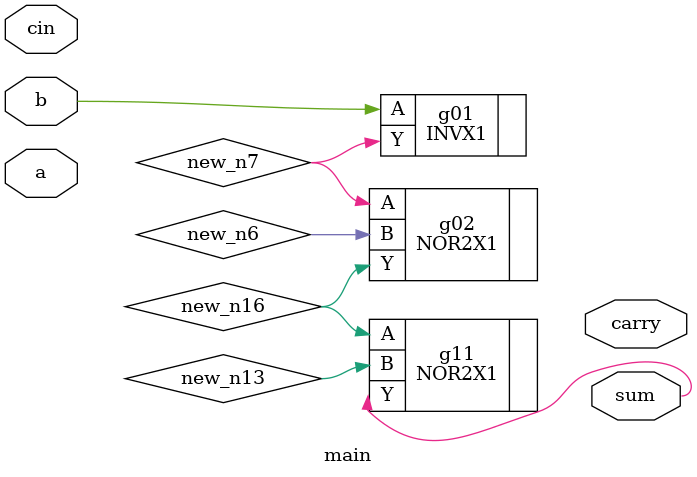
<source format=v>

module main ( 
    a, b, cin,
    carry, sum  );
  input  a, b, cin;
  output carry, sum;
  wire new_n6, new_n7, new_n8, new_n9, new_n10, new_n11, new_n12, new_n13,
    new_n14, new_n16;
  INVX1 g01 (.A(b), .Y(new_n7));
  NOR2X1 g02(.A(new_n7), .B(new_n6), .Y(new_n16));
  NOR2X1 g11(.A(new_n16), .B(new_n13), .Y(sum));
endmodule



</source>
